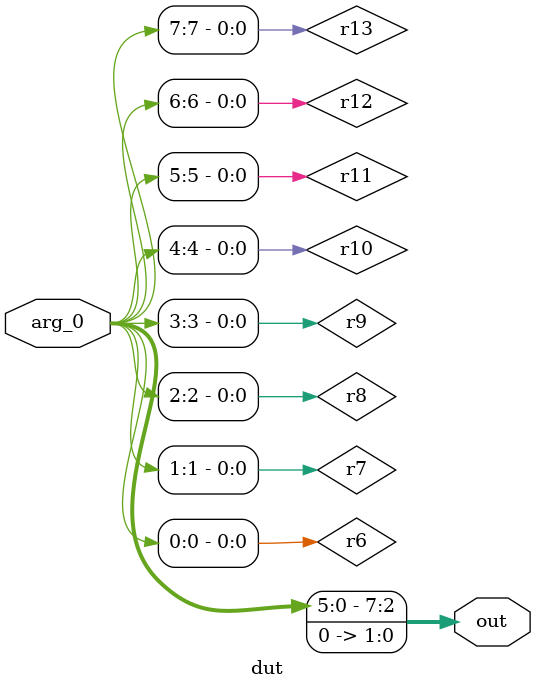
<source format=v>
module testbench();
    wire [7:0] out;
    reg [7:0] arg_0;
    dut t (.out(out),.arg_0(arg_0));
    initial begin
        arg_0 = 8'sb00000000;
        #0;
        if (8'sb00000000 !== out) begin
            $display("ASSERTION FAILED 0x%0h !== 0x%0h CASE 0", 8'sb00000000, out);
            $finish;
        end
        arg_0 = 8'sb00000001;
        #0;
        if (8'sb00000100 !== out) begin
            $display("ASSERTION FAILED 0x%0h !== 0x%0h CASE 1", 8'sb00000100, out);
            $finish;
        end
        arg_0 = 8'sb00000010;
        #0;
        if (8'sb00001000 !== out) begin
            $display("ASSERTION FAILED 0x%0h !== 0x%0h CASE 2", 8'sb00001000, out);
            $finish;
        end
        arg_0 = 8'sb00000011;
        #0;
        if (8'sb00001100 !== out) begin
            $display("ASSERTION FAILED 0x%0h !== 0x%0h CASE 3", 8'sb00001100, out);
            $finish;
        end
        arg_0 = 8'sb00000100;
        #0;
        if (8'sb00010000 !== out) begin
            $display("ASSERTION FAILED 0x%0h !== 0x%0h CASE 4", 8'sb00010000, out);
            $finish;
        end
        arg_0 = 8'sb00000101;
        #0;
        if (8'sb00010100 !== out) begin
            $display("ASSERTION FAILED 0x%0h !== 0x%0h CASE 5", 8'sb00010100, out);
            $finish;
        end
        arg_0 = 8'sb00000110;
        #0;
        if (8'sb00011000 !== out) begin
            $display("ASSERTION FAILED 0x%0h !== 0x%0h CASE 6", 8'sb00011000, out);
            $finish;
        end
        arg_0 = 8'sb00000111;
        #0;
        if (8'sb00011100 !== out) begin
            $display("ASSERTION FAILED 0x%0h !== 0x%0h CASE 7", 8'sb00011100, out);
            $finish;
        end
        arg_0 = 8'sb00001000;
        #0;
        if (8'sb00100000 !== out) begin
            $display("ASSERTION FAILED 0x%0h !== 0x%0h CASE 8", 8'sb00100000, out);
            $finish;
        end
        arg_0 = 8'sb00001001;
        #0;
        if (8'sb00100100 !== out) begin
            $display("ASSERTION FAILED 0x%0h !== 0x%0h CASE 9", 8'sb00100100, out);
            $finish;
        end
        arg_0 = 8'sb00001010;
        #0;
        if (8'sb00101000 !== out) begin
            $display("ASSERTION FAILED 0x%0h !== 0x%0h CASE 10", 8'sb00101000, out);
            $finish;
        end
        arg_0 = 8'sb00001011;
        #0;
        if (8'sb00101100 !== out) begin
            $display("ASSERTION FAILED 0x%0h !== 0x%0h CASE 11", 8'sb00101100, out);
            $finish;
        end
        arg_0 = 8'sb00001100;
        #0;
        if (8'sb00110000 !== out) begin
            $display("ASSERTION FAILED 0x%0h !== 0x%0h CASE 12", 8'sb00110000, out);
            $finish;
        end
        arg_0 = 8'sb00001101;
        #0;
        if (8'sb00110100 !== out) begin
            $display("ASSERTION FAILED 0x%0h !== 0x%0h CASE 13", 8'sb00110100, out);
            $finish;
        end
        arg_0 = 8'sb00001110;
        #0;
        if (8'sb00111000 !== out) begin
            $display("ASSERTION FAILED 0x%0h !== 0x%0h CASE 14", 8'sb00111000, out);
            $finish;
        end
        arg_0 = 8'sb00001111;
        #0;
        if (8'sb00111100 !== out) begin
            $display("ASSERTION FAILED 0x%0h !== 0x%0h CASE 15", 8'sb00111100, out);
            $finish;
        end
        arg_0 = 8'sb00010000;
        #0;
        if (8'sb01000000 !== out) begin
            $display("ASSERTION FAILED 0x%0h !== 0x%0h CASE 16", 8'sb01000000, out);
            $finish;
        end
        arg_0 = 8'sb00010001;
        #0;
        if (8'sb01000100 !== out) begin
            $display("ASSERTION FAILED 0x%0h !== 0x%0h CASE 17", 8'sb01000100, out);
            $finish;
        end
        arg_0 = 8'sb00010010;
        #0;
        if (8'sb01001000 !== out) begin
            $display("ASSERTION FAILED 0x%0h !== 0x%0h CASE 18", 8'sb01001000, out);
            $finish;
        end
        arg_0 = 8'sb00010011;
        #0;
        if (8'sb01001100 !== out) begin
            $display("ASSERTION FAILED 0x%0h !== 0x%0h CASE 19", 8'sb01001100, out);
            $finish;
        end
        arg_0 = 8'sb00010100;
        #0;
        if (8'sb01010000 !== out) begin
            $display("ASSERTION FAILED 0x%0h !== 0x%0h CASE 20", 8'sb01010000, out);
            $finish;
        end
        arg_0 = 8'sb00010101;
        #0;
        if (8'sb01010100 !== out) begin
            $display("ASSERTION FAILED 0x%0h !== 0x%0h CASE 21", 8'sb01010100, out);
            $finish;
        end
        arg_0 = 8'sb00010110;
        #0;
        if (8'sb01011000 !== out) begin
            $display("ASSERTION FAILED 0x%0h !== 0x%0h CASE 22", 8'sb01011000, out);
            $finish;
        end
        arg_0 = 8'sb00010111;
        #0;
        if (8'sb01011100 !== out) begin
            $display("ASSERTION FAILED 0x%0h !== 0x%0h CASE 23", 8'sb01011100, out);
            $finish;
        end
        arg_0 = 8'sb00011000;
        #0;
        if (8'sb01100000 !== out) begin
            $display("ASSERTION FAILED 0x%0h !== 0x%0h CASE 24", 8'sb01100000, out);
            $finish;
        end
        arg_0 = 8'sb00011001;
        #0;
        if (8'sb01100100 !== out) begin
            $display("ASSERTION FAILED 0x%0h !== 0x%0h CASE 25", 8'sb01100100, out);
            $finish;
        end
        arg_0 = 8'sb00011010;
        #0;
        if (8'sb01101000 !== out) begin
            $display("ASSERTION FAILED 0x%0h !== 0x%0h CASE 26", 8'sb01101000, out);
            $finish;
        end
        arg_0 = 8'sb00011011;
        #0;
        if (8'sb01101100 !== out) begin
            $display("ASSERTION FAILED 0x%0h !== 0x%0h CASE 27", 8'sb01101100, out);
            $finish;
        end
        arg_0 = 8'sb00011100;
        #0;
        if (8'sb01110000 !== out) begin
            $display("ASSERTION FAILED 0x%0h !== 0x%0h CASE 28", 8'sb01110000, out);
            $finish;
        end
        arg_0 = 8'sb00011101;
        #0;
        if (8'sb01110100 !== out) begin
            $display("ASSERTION FAILED 0x%0h !== 0x%0h CASE 29", 8'sb01110100, out);
            $finish;
        end
        arg_0 = 8'sb00011110;
        #0;
        if (8'sb01111000 !== out) begin
            $display("ASSERTION FAILED 0x%0h !== 0x%0h CASE 30", 8'sb01111000, out);
            $finish;
        end
        arg_0 = 8'sb00011111;
        #0;
        if (8'sb01111100 !== out) begin
            $display("ASSERTION FAILED 0x%0h !== 0x%0h CASE 31", 8'sb01111100, out);
            $finish;
        end
        arg_0 = 8'sb00100000;
        #0;
        if (8'sb10000000 !== out) begin
            $display("ASSERTION FAILED 0x%0h !== 0x%0h CASE 32", 8'sb10000000, out);
            $finish;
        end
        arg_0 = 8'sb00100001;
        #0;
        if (8'sb10000100 !== out) begin
            $display("ASSERTION FAILED 0x%0h !== 0x%0h CASE 33", 8'sb10000100, out);
            $finish;
        end
        arg_0 = 8'sb00100010;
        #0;
        if (8'sb10001000 !== out) begin
            $display("ASSERTION FAILED 0x%0h !== 0x%0h CASE 34", 8'sb10001000, out);
            $finish;
        end
        arg_0 = 8'sb00100011;
        #0;
        if (8'sb10001100 !== out) begin
            $display("ASSERTION FAILED 0x%0h !== 0x%0h CASE 35", 8'sb10001100, out);
            $finish;
        end
        arg_0 = 8'sb00100100;
        #0;
        if (8'sb10010000 !== out) begin
            $display("ASSERTION FAILED 0x%0h !== 0x%0h CASE 36", 8'sb10010000, out);
            $finish;
        end
        arg_0 = 8'sb00100101;
        #0;
        if (8'sb10010100 !== out) begin
            $display("ASSERTION FAILED 0x%0h !== 0x%0h CASE 37", 8'sb10010100, out);
            $finish;
        end
        arg_0 = 8'sb00100110;
        #0;
        if (8'sb10011000 !== out) begin
            $display("ASSERTION FAILED 0x%0h !== 0x%0h CASE 38", 8'sb10011000, out);
            $finish;
        end
        arg_0 = 8'sb00100111;
        #0;
        if (8'sb10011100 !== out) begin
            $display("ASSERTION FAILED 0x%0h !== 0x%0h CASE 39", 8'sb10011100, out);
            $finish;
        end
        arg_0 = 8'sb00101000;
        #0;
        if (8'sb10100000 !== out) begin
            $display("ASSERTION FAILED 0x%0h !== 0x%0h CASE 40", 8'sb10100000, out);
            $finish;
        end
        arg_0 = 8'sb00101001;
        #0;
        if (8'sb10100100 !== out) begin
            $display("ASSERTION FAILED 0x%0h !== 0x%0h CASE 41", 8'sb10100100, out);
            $finish;
        end
        arg_0 = 8'sb00101010;
        #0;
        if (8'sb10101000 !== out) begin
            $display("ASSERTION FAILED 0x%0h !== 0x%0h CASE 42", 8'sb10101000, out);
            $finish;
        end
        arg_0 = 8'sb00101011;
        #0;
        if (8'sb10101100 !== out) begin
            $display("ASSERTION FAILED 0x%0h !== 0x%0h CASE 43", 8'sb10101100, out);
            $finish;
        end
        arg_0 = 8'sb00101100;
        #0;
        if (8'sb10110000 !== out) begin
            $display("ASSERTION FAILED 0x%0h !== 0x%0h CASE 44", 8'sb10110000, out);
            $finish;
        end
        arg_0 = 8'sb00101101;
        #0;
        if (8'sb10110100 !== out) begin
            $display("ASSERTION FAILED 0x%0h !== 0x%0h CASE 45", 8'sb10110100, out);
            $finish;
        end
        arg_0 = 8'sb00101110;
        #0;
        if (8'sb10111000 !== out) begin
            $display("ASSERTION FAILED 0x%0h !== 0x%0h CASE 46", 8'sb10111000, out);
            $finish;
        end
        arg_0 = 8'sb00101111;
        #0;
        if (8'sb10111100 !== out) begin
            $display("ASSERTION FAILED 0x%0h !== 0x%0h CASE 47", 8'sb10111100, out);
            $finish;
        end
        arg_0 = 8'sb00110000;
        #0;
        if (8'sb11000000 !== out) begin
            $display("ASSERTION FAILED 0x%0h !== 0x%0h CASE 48", 8'sb11000000, out);
            $finish;
        end
        arg_0 = 8'sb00110001;
        #0;
        if (8'sb11000100 !== out) begin
            $display("ASSERTION FAILED 0x%0h !== 0x%0h CASE 49", 8'sb11000100, out);
            $finish;
        end
        arg_0 = 8'sb00110010;
        #0;
        if (8'sb11001000 !== out) begin
            $display("ASSERTION FAILED 0x%0h !== 0x%0h CASE 50", 8'sb11001000, out);
            $finish;
        end
        arg_0 = 8'sb00110011;
        #0;
        if (8'sb11001100 !== out) begin
            $display("ASSERTION FAILED 0x%0h !== 0x%0h CASE 51", 8'sb11001100, out);
            $finish;
        end
        arg_0 = 8'sb00110100;
        #0;
        if (8'sb11010000 !== out) begin
            $display("ASSERTION FAILED 0x%0h !== 0x%0h CASE 52", 8'sb11010000, out);
            $finish;
        end
        arg_0 = 8'sb00110101;
        #0;
        if (8'sb11010100 !== out) begin
            $display("ASSERTION FAILED 0x%0h !== 0x%0h CASE 53", 8'sb11010100, out);
            $finish;
        end
        arg_0 = 8'sb00110110;
        #0;
        if (8'sb11011000 !== out) begin
            $display("ASSERTION FAILED 0x%0h !== 0x%0h CASE 54", 8'sb11011000, out);
            $finish;
        end
        arg_0 = 8'sb00110111;
        #0;
        if (8'sb11011100 !== out) begin
            $display("ASSERTION FAILED 0x%0h !== 0x%0h CASE 55", 8'sb11011100, out);
            $finish;
        end
        arg_0 = 8'sb00111000;
        #0;
        if (8'sb11100000 !== out) begin
            $display("ASSERTION FAILED 0x%0h !== 0x%0h CASE 56", 8'sb11100000, out);
            $finish;
        end
        arg_0 = 8'sb00111001;
        #0;
        if (8'sb11100100 !== out) begin
            $display("ASSERTION FAILED 0x%0h !== 0x%0h CASE 57", 8'sb11100100, out);
            $finish;
        end
        arg_0 = 8'sb00111010;
        #0;
        if (8'sb11101000 !== out) begin
            $display("ASSERTION FAILED 0x%0h !== 0x%0h CASE 58", 8'sb11101000, out);
            $finish;
        end
        arg_0 = 8'sb00111011;
        #0;
        if (8'sb11101100 !== out) begin
            $display("ASSERTION FAILED 0x%0h !== 0x%0h CASE 59", 8'sb11101100, out);
            $finish;
        end
        arg_0 = 8'sb00111100;
        #0;
        if (8'sb11110000 !== out) begin
            $display("ASSERTION FAILED 0x%0h !== 0x%0h CASE 60", 8'sb11110000, out);
            $finish;
        end
        arg_0 = 8'sb00111101;
        #0;
        if (8'sb11110100 !== out) begin
            $display("ASSERTION FAILED 0x%0h !== 0x%0h CASE 61", 8'sb11110100, out);
            $finish;
        end
        arg_0 = 8'sb00111110;
        #0;
        if (8'sb11111000 !== out) begin
            $display("ASSERTION FAILED 0x%0h !== 0x%0h CASE 62", 8'sb11111000, out);
            $finish;
        end
        arg_0 = 8'sb00111111;
        #0;
        if (8'sb11111100 !== out) begin
            $display("ASSERTION FAILED 0x%0h !== 0x%0h CASE 63", 8'sb11111100, out);
            $finish;
        end
        arg_0 = 8'sb01000000;
        #0;
        if (8'sb00000000 !== out) begin
            $display("ASSERTION FAILED 0x%0h !== 0x%0h CASE 64", 8'sb00000000, out);
            $finish;
        end
        arg_0 = 8'sb01000001;
        #0;
        if (8'sb00000100 !== out) begin
            $display("ASSERTION FAILED 0x%0h !== 0x%0h CASE 65", 8'sb00000100, out);
            $finish;
        end
        arg_0 = 8'sb01000010;
        #0;
        if (8'sb00001000 !== out) begin
            $display("ASSERTION FAILED 0x%0h !== 0x%0h CASE 66", 8'sb00001000, out);
            $finish;
        end
        arg_0 = 8'sb01000011;
        #0;
        if (8'sb00001100 !== out) begin
            $display("ASSERTION FAILED 0x%0h !== 0x%0h CASE 67", 8'sb00001100, out);
            $finish;
        end
        arg_0 = 8'sb01000100;
        #0;
        if (8'sb00010000 !== out) begin
            $display("ASSERTION FAILED 0x%0h !== 0x%0h CASE 68", 8'sb00010000, out);
            $finish;
        end
        arg_0 = 8'sb01000101;
        #0;
        if (8'sb00010100 !== out) begin
            $display("ASSERTION FAILED 0x%0h !== 0x%0h CASE 69", 8'sb00010100, out);
            $finish;
        end
        arg_0 = 8'sb01000110;
        #0;
        if (8'sb00011000 !== out) begin
            $display("ASSERTION FAILED 0x%0h !== 0x%0h CASE 70", 8'sb00011000, out);
            $finish;
        end
        arg_0 = 8'sb01000111;
        #0;
        if (8'sb00011100 !== out) begin
            $display("ASSERTION FAILED 0x%0h !== 0x%0h CASE 71", 8'sb00011100, out);
            $finish;
        end
        arg_0 = 8'sb01001000;
        #0;
        if (8'sb00100000 !== out) begin
            $display("ASSERTION FAILED 0x%0h !== 0x%0h CASE 72", 8'sb00100000, out);
            $finish;
        end
        arg_0 = 8'sb01001001;
        #0;
        if (8'sb00100100 !== out) begin
            $display("ASSERTION FAILED 0x%0h !== 0x%0h CASE 73", 8'sb00100100, out);
            $finish;
        end
        arg_0 = 8'sb01001010;
        #0;
        if (8'sb00101000 !== out) begin
            $display("ASSERTION FAILED 0x%0h !== 0x%0h CASE 74", 8'sb00101000, out);
            $finish;
        end
        arg_0 = 8'sb01001011;
        #0;
        if (8'sb00101100 !== out) begin
            $display("ASSERTION FAILED 0x%0h !== 0x%0h CASE 75", 8'sb00101100, out);
            $finish;
        end
        arg_0 = 8'sb01001100;
        #0;
        if (8'sb00110000 !== out) begin
            $display("ASSERTION FAILED 0x%0h !== 0x%0h CASE 76", 8'sb00110000, out);
            $finish;
        end
        arg_0 = 8'sb01001101;
        #0;
        if (8'sb00110100 !== out) begin
            $display("ASSERTION FAILED 0x%0h !== 0x%0h CASE 77", 8'sb00110100, out);
            $finish;
        end
        arg_0 = 8'sb01001110;
        #0;
        if (8'sb00111000 !== out) begin
            $display("ASSERTION FAILED 0x%0h !== 0x%0h CASE 78", 8'sb00111000, out);
            $finish;
        end
        arg_0 = 8'sb01001111;
        #0;
        if (8'sb00111100 !== out) begin
            $display("ASSERTION FAILED 0x%0h !== 0x%0h CASE 79", 8'sb00111100, out);
            $finish;
        end
        arg_0 = 8'sb01010000;
        #0;
        if (8'sb01000000 !== out) begin
            $display("ASSERTION FAILED 0x%0h !== 0x%0h CASE 80", 8'sb01000000, out);
            $finish;
        end
        arg_0 = 8'sb01010001;
        #0;
        if (8'sb01000100 !== out) begin
            $display("ASSERTION FAILED 0x%0h !== 0x%0h CASE 81", 8'sb01000100, out);
            $finish;
        end
        arg_0 = 8'sb01010010;
        #0;
        if (8'sb01001000 !== out) begin
            $display("ASSERTION FAILED 0x%0h !== 0x%0h CASE 82", 8'sb01001000, out);
            $finish;
        end
        arg_0 = 8'sb01010011;
        #0;
        if (8'sb01001100 !== out) begin
            $display("ASSERTION FAILED 0x%0h !== 0x%0h CASE 83", 8'sb01001100, out);
            $finish;
        end
        arg_0 = 8'sb01010100;
        #0;
        if (8'sb01010000 !== out) begin
            $display("ASSERTION FAILED 0x%0h !== 0x%0h CASE 84", 8'sb01010000, out);
            $finish;
        end
        arg_0 = 8'sb01010101;
        #0;
        if (8'sb01010100 !== out) begin
            $display("ASSERTION FAILED 0x%0h !== 0x%0h CASE 85", 8'sb01010100, out);
            $finish;
        end
        arg_0 = 8'sb01010110;
        #0;
        if (8'sb01011000 !== out) begin
            $display("ASSERTION FAILED 0x%0h !== 0x%0h CASE 86", 8'sb01011000, out);
            $finish;
        end
        arg_0 = 8'sb01010111;
        #0;
        if (8'sb01011100 !== out) begin
            $display("ASSERTION FAILED 0x%0h !== 0x%0h CASE 87", 8'sb01011100, out);
            $finish;
        end
        arg_0 = 8'sb01011000;
        #0;
        if (8'sb01100000 !== out) begin
            $display("ASSERTION FAILED 0x%0h !== 0x%0h CASE 88", 8'sb01100000, out);
            $finish;
        end
        arg_0 = 8'sb01011001;
        #0;
        if (8'sb01100100 !== out) begin
            $display("ASSERTION FAILED 0x%0h !== 0x%0h CASE 89", 8'sb01100100, out);
            $finish;
        end
        arg_0 = 8'sb01011010;
        #0;
        if (8'sb01101000 !== out) begin
            $display("ASSERTION FAILED 0x%0h !== 0x%0h CASE 90", 8'sb01101000, out);
            $finish;
        end
        arg_0 = 8'sb01011011;
        #0;
        if (8'sb01101100 !== out) begin
            $display("ASSERTION FAILED 0x%0h !== 0x%0h CASE 91", 8'sb01101100, out);
            $finish;
        end
        arg_0 = 8'sb01011100;
        #0;
        if (8'sb01110000 !== out) begin
            $display("ASSERTION FAILED 0x%0h !== 0x%0h CASE 92", 8'sb01110000, out);
            $finish;
        end
        arg_0 = 8'sb01011101;
        #0;
        if (8'sb01110100 !== out) begin
            $display("ASSERTION FAILED 0x%0h !== 0x%0h CASE 93", 8'sb01110100, out);
            $finish;
        end
        arg_0 = 8'sb01011110;
        #0;
        if (8'sb01111000 !== out) begin
            $display("ASSERTION FAILED 0x%0h !== 0x%0h CASE 94", 8'sb01111000, out);
            $finish;
        end
        arg_0 = 8'sb01011111;
        #0;
        if (8'sb01111100 !== out) begin
            $display("ASSERTION FAILED 0x%0h !== 0x%0h CASE 95", 8'sb01111100, out);
            $finish;
        end
        arg_0 = 8'sb01100000;
        #0;
        if (8'sb10000000 !== out) begin
            $display("ASSERTION FAILED 0x%0h !== 0x%0h CASE 96", 8'sb10000000, out);
            $finish;
        end
        arg_0 = 8'sb01100001;
        #0;
        if (8'sb10000100 !== out) begin
            $display("ASSERTION FAILED 0x%0h !== 0x%0h CASE 97", 8'sb10000100, out);
            $finish;
        end
        arg_0 = 8'sb01100010;
        #0;
        if (8'sb10001000 !== out) begin
            $display("ASSERTION FAILED 0x%0h !== 0x%0h CASE 98", 8'sb10001000, out);
            $finish;
        end
        arg_0 = 8'sb01100011;
        #0;
        if (8'sb10001100 !== out) begin
            $display("ASSERTION FAILED 0x%0h !== 0x%0h CASE 99", 8'sb10001100, out);
            $finish;
        end
        arg_0 = 8'sb01100100;
        #0;
        if (8'sb10010000 !== out) begin
            $display("ASSERTION FAILED 0x%0h !== 0x%0h CASE 100", 8'sb10010000, out);
            $finish;
        end
        arg_0 = 8'sb01100101;
        #0;
        if (8'sb10010100 !== out) begin
            $display("ASSERTION FAILED 0x%0h !== 0x%0h CASE 101", 8'sb10010100, out);
            $finish;
        end
        arg_0 = 8'sb01100110;
        #0;
        if (8'sb10011000 !== out) begin
            $display("ASSERTION FAILED 0x%0h !== 0x%0h CASE 102", 8'sb10011000, out);
            $finish;
        end
        arg_0 = 8'sb01100111;
        #0;
        if (8'sb10011100 !== out) begin
            $display("ASSERTION FAILED 0x%0h !== 0x%0h CASE 103", 8'sb10011100, out);
            $finish;
        end
        arg_0 = 8'sb01101000;
        #0;
        if (8'sb10100000 !== out) begin
            $display("ASSERTION FAILED 0x%0h !== 0x%0h CASE 104", 8'sb10100000, out);
            $finish;
        end
        arg_0 = 8'sb01101001;
        #0;
        if (8'sb10100100 !== out) begin
            $display("ASSERTION FAILED 0x%0h !== 0x%0h CASE 105", 8'sb10100100, out);
            $finish;
        end
        arg_0 = 8'sb01101010;
        #0;
        if (8'sb10101000 !== out) begin
            $display("ASSERTION FAILED 0x%0h !== 0x%0h CASE 106", 8'sb10101000, out);
            $finish;
        end
        arg_0 = 8'sb01101011;
        #0;
        if (8'sb10101100 !== out) begin
            $display("ASSERTION FAILED 0x%0h !== 0x%0h CASE 107", 8'sb10101100, out);
            $finish;
        end
        arg_0 = 8'sb01101100;
        #0;
        if (8'sb10110000 !== out) begin
            $display("ASSERTION FAILED 0x%0h !== 0x%0h CASE 108", 8'sb10110000, out);
            $finish;
        end
        arg_0 = 8'sb01101101;
        #0;
        if (8'sb10110100 !== out) begin
            $display("ASSERTION FAILED 0x%0h !== 0x%0h CASE 109", 8'sb10110100, out);
            $finish;
        end
        arg_0 = 8'sb01101110;
        #0;
        if (8'sb10111000 !== out) begin
            $display("ASSERTION FAILED 0x%0h !== 0x%0h CASE 110", 8'sb10111000, out);
            $finish;
        end
        arg_0 = 8'sb01101111;
        #0;
        if (8'sb10111100 !== out) begin
            $display("ASSERTION FAILED 0x%0h !== 0x%0h CASE 111", 8'sb10111100, out);
            $finish;
        end
        arg_0 = 8'sb01110000;
        #0;
        if (8'sb11000000 !== out) begin
            $display("ASSERTION FAILED 0x%0h !== 0x%0h CASE 112", 8'sb11000000, out);
            $finish;
        end
        arg_0 = 8'sb01110001;
        #0;
        if (8'sb11000100 !== out) begin
            $display("ASSERTION FAILED 0x%0h !== 0x%0h CASE 113", 8'sb11000100, out);
            $finish;
        end
        arg_0 = 8'sb01110010;
        #0;
        if (8'sb11001000 !== out) begin
            $display("ASSERTION FAILED 0x%0h !== 0x%0h CASE 114", 8'sb11001000, out);
            $finish;
        end
        arg_0 = 8'sb01110011;
        #0;
        if (8'sb11001100 !== out) begin
            $display("ASSERTION FAILED 0x%0h !== 0x%0h CASE 115", 8'sb11001100, out);
            $finish;
        end
        arg_0 = 8'sb01110100;
        #0;
        if (8'sb11010000 !== out) begin
            $display("ASSERTION FAILED 0x%0h !== 0x%0h CASE 116", 8'sb11010000, out);
            $finish;
        end
        arg_0 = 8'sb01110101;
        #0;
        if (8'sb11010100 !== out) begin
            $display("ASSERTION FAILED 0x%0h !== 0x%0h CASE 117", 8'sb11010100, out);
            $finish;
        end
        arg_0 = 8'sb01110110;
        #0;
        if (8'sb11011000 !== out) begin
            $display("ASSERTION FAILED 0x%0h !== 0x%0h CASE 118", 8'sb11011000, out);
            $finish;
        end
        arg_0 = 8'sb01110111;
        #0;
        if (8'sb11011100 !== out) begin
            $display("ASSERTION FAILED 0x%0h !== 0x%0h CASE 119", 8'sb11011100, out);
            $finish;
        end
        arg_0 = 8'sb01111000;
        #0;
        if (8'sb11100000 !== out) begin
            $display("ASSERTION FAILED 0x%0h !== 0x%0h CASE 120", 8'sb11100000, out);
            $finish;
        end
        arg_0 = 8'sb01111001;
        #0;
        if (8'sb11100100 !== out) begin
            $display("ASSERTION FAILED 0x%0h !== 0x%0h CASE 121", 8'sb11100100, out);
            $finish;
        end
        arg_0 = 8'sb01111010;
        #0;
        if (8'sb11101000 !== out) begin
            $display("ASSERTION FAILED 0x%0h !== 0x%0h CASE 122", 8'sb11101000, out);
            $finish;
        end
        arg_0 = 8'sb01111011;
        #0;
        if (8'sb11101100 !== out) begin
            $display("ASSERTION FAILED 0x%0h !== 0x%0h CASE 123", 8'sb11101100, out);
            $finish;
        end
        arg_0 = 8'sb01111100;
        #0;
        if (8'sb11110000 !== out) begin
            $display("ASSERTION FAILED 0x%0h !== 0x%0h CASE 124", 8'sb11110000, out);
            $finish;
        end
        arg_0 = 8'sb01111101;
        #0;
        if (8'sb11110100 !== out) begin
            $display("ASSERTION FAILED 0x%0h !== 0x%0h CASE 125", 8'sb11110100, out);
            $finish;
        end
        arg_0 = 8'sb01111110;
        #0;
        if (8'sb11111000 !== out) begin
            $display("ASSERTION FAILED 0x%0h !== 0x%0h CASE 126", 8'sb11111000, out);
            $finish;
        end
        arg_0 = 8'sb01111111;
        #0;
        if (8'sb11111100 !== out) begin
            $display("ASSERTION FAILED 0x%0h !== 0x%0h CASE 127", 8'sb11111100, out);
            $finish;
        end
        arg_0 = 8'sb10000000;
        #0;
        if (8'sb00000000 !== out) begin
            $display("ASSERTION FAILED 0x%0h !== 0x%0h CASE 128", 8'sb00000000, out);
            $finish;
        end
        arg_0 = 8'sb10000001;
        #0;
        if (8'sb00000100 !== out) begin
            $display("ASSERTION FAILED 0x%0h !== 0x%0h CASE 129", 8'sb00000100, out);
            $finish;
        end
        arg_0 = 8'sb10000010;
        #0;
        if (8'sb00001000 !== out) begin
            $display("ASSERTION FAILED 0x%0h !== 0x%0h CASE 130", 8'sb00001000, out);
            $finish;
        end
        arg_0 = 8'sb10000011;
        #0;
        if (8'sb00001100 !== out) begin
            $display("ASSERTION FAILED 0x%0h !== 0x%0h CASE 131", 8'sb00001100, out);
            $finish;
        end
        arg_0 = 8'sb10000100;
        #0;
        if (8'sb00010000 !== out) begin
            $display("ASSERTION FAILED 0x%0h !== 0x%0h CASE 132", 8'sb00010000, out);
            $finish;
        end
        arg_0 = 8'sb10000101;
        #0;
        if (8'sb00010100 !== out) begin
            $display("ASSERTION FAILED 0x%0h !== 0x%0h CASE 133", 8'sb00010100, out);
            $finish;
        end
        arg_0 = 8'sb10000110;
        #0;
        if (8'sb00011000 !== out) begin
            $display("ASSERTION FAILED 0x%0h !== 0x%0h CASE 134", 8'sb00011000, out);
            $finish;
        end
        arg_0 = 8'sb10000111;
        #0;
        if (8'sb00011100 !== out) begin
            $display("ASSERTION FAILED 0x%0h !== 0x%0h CASE 135", 8'sb00011100, out);
            $finish;
        end
        arg_0 = 8'sb10001000;
        #0;
        if (8'sb00100000 !== out) begin
            $display("ASSERTION FAILED 0x%0h !== 0x%0h CASE 136", 8'sb00100000, out);
            $finish;
        end
        arg_0 = 8'sb10001001;
        #0;
        if (8'sb00100100 !== out) begin
            $display("ASSERTION FAILED 0x%0h !== 0x%0h CASE 137", 8'sb00100100, out);
            $finish;
        end
        arg_0 = 8'sb10001010;
        #0;
        if (8'sb00101000 !== out) begin
            $display("ASSERTION FAILED 0x%0h !== 0x%0h CASE 138", 8'sb00101000, out);
            $finish;
        end
        arg_0 = 8'sb10001011;
        #0;
        if (8'sb00101100 !== out) begin
            $display("ASSERTION FAILED 0x%0h !== 0x%0h CASE 139", 8'sb00101100, out);
            $finish;
        end
        arg_0 = 8'sb10001100;
        #0;
        if (8'sb00110000 !== out) begin
            $display("ASSERTION FAILED 0x%0h !== 0x%0h CASE 140", 8'sb00110000, out);
            $finish;
        end
        arg_0 = 8'sb10001101;
        #0;
        if (8'sb00110100 !== out) begin
            $display("ASSERTION FAILED 0x%0h !== 0x%0h CASE 141", 8'sb00110100, out);
            $finish;
        end
        arg_0 = 8'sb10001110;
        #0;
        if (8'sb00111000 !== out) begin
            $display("ASSERTION FAILED 0x%0h !== 0x%0h CASE 142", 8'sb00111000, out);
            $finish;
        end
        arg_0 = 8'sb10001111;
        #0;
        if (8'sb00111100 !== out) begin
            $display("ASSERTION FAILED 0x%0h !== 0x%0h CASE 143", 8'sb00111100, out);
            $finish;
        end
        arg_0 = 8'sb10010000;
        #0;
        if (8'sb01000000 !== out) begin
            $display("ASSERTION FAILED 0x%0h !== 0x%0h CASE 144", 8'sb01000000, out);
            $finish;
        end
        arg_0 = 8'sb10010001;
        #0;
        if (8'sb01000100 !== out) begin
            $display("ASSERTION FAILED 0x%0h !== 0x%0h CASE 145", 8'sb01000100, out);
            $finish;
        end
        arg_0 = 8'sb10010010;
        #0;
        if (8'sb01001000 !== out) begin
            $display("ASSERTION FAILED 0x%0h !== 0x%0h CASE 146", 8'sb01001000, out);
            $finish;
        end
        arg_0 = 8'sb10010011;
        #0;
        if (8'sb01001100 !== out) begin
            $display("ASSERTION FAILED 0x%0h !== 0x%0h CASE 147", 8'sb01001100, out);
            $finish;
        end
        arg_0 = 8'sb10010100;
        #0;
        if (8'sb01010000 !== out) begin
            $display("ASSERTION FAILED 0x%0h !== 0x%0h CASE 148", 8'sb01010000, out);
            $finish;
        end
        arg_0 = 8'sb10010101;
        #0;
        if (8'sb01010100 !== out) begin
            $display("ASSERTION FAILED 0x%0h !== 0x%0h CASE 149", 8'sb01010100, out);
            $finish;
        end
        arg_0 = 8'sb10010110;
        #0;
        if (8'sb01011000 !== out) begin
            $display("ASSERTION FAILED 0x%0h !== 0x%0h CASE 150", 8'sb01011000, out);
            $finish;
        end
        arg_0 = 8'sb10010111;
        #0;
        if (8'sb01011100 !== out) begin
            $display("ASSERTION FAILED 0x%0h !== 0x%0h CASE 151", 8'sb01011100, out);
            $finish;
        end
        arg_0 = 8'sb10011000;
        #0;
        if (8'sb01100000 !== out) begin
            $display("ASSERTION FAILED 0x%0h !== 0x%0h CASE 152", 8'sb01100000, out);
            $finish;
        end
        arg_0 = 8'sb10011001;
        #0;
        if (8'sb01100100 !== out) begin
            $display("ASSERTION FAILED 0x%0h !== 0x%0h CASE 153", 8'sb01100100, out);
            $finish;
        end
        arg_0 = 8'sb10011010;
        #0;
        if (8'sb01101000 !== out) begin
            $display("ASSERTION FAILED 0x%0h !== 0x%0h CASE 154", 8'sb01101000, out);
            $finish;
        end
        arg_0 = 8'sb10011011;
        #0;
        if (8'sb01101100 !== out) begin
            $display("ASSERTION FAILED 0x%0h !== 0x%0h CASE 155", 8'sb01101100, out);
            $finish;
        end
        arg_0 = 8'sb10011100;
        #0;
        if (8'sb01110000 !== out) begin
            $display("ASSERTION FAILED 0x%0h !== 0x%0h CASE 156", 8'sb01110000, out);
            $finish;
        end
        arg_0 = 8'sb10011101;
        #0;
        if (8'sb01110100 !== out) begin
            $display("ASSERTION FAILED 0x%0h !== 0x%0h CASE 157", 8'sb01110100, out);
            $finish;
        end
        arg_0 = 8'sb10011110;
        #0;
        if (8'sb01111000 !== out) begin
            $display("ASSERTION FAILED 0x%0h !== 0x%0h CASE 158", 8'sb01111000, out);
            $finish;
        end
        arg_0 = 8'sb10011111;
        #0;
        if (8'sb01111100 !== out) begin
            $display("ASSERTION FAILED 0x%0h !== 0x%0h CASE 159", 8'sb01111100, out);
            $finish;
        end
        arg_0 = 8'sb10100000;
        #0;
        if (8'sb10000000 !== out) begin
            $display("ASSERTION FAILED 0x%0h !== 0x%0h CASE 160", 8'sb10000000, out);
            $finish;
        end
        arg_0 = 8'sb10100001;
        #0;
        if (8'sb10000100 !== out) begin
            $display("ASSERTION FAILED 0x%0h !== 0x%0h CASE 161", 8'sb10000100, out);
            $finish;
        end
        arg_0 = 8'sb10100010;
        #0;
        if (8'sb10001000 !== out) begin
            $display("ASSERTION FAILED 0x%0h !== 0x%0h CASE 162", 8'sb10001000, out);
            $finish;
        end
        arg_0 = 8'sb10100011;
        #0;
        if (8'sb10001100 !== out) begin
            $display("ASSERTION FAILED 0x%0h !== 0x%0h CASE 163", 8'sb10001100, out);
            $finish;
        end
        arg_0 = 8'sb10100100;
        #0;
        if (8'sb10010000 !== out) begin
            $display("ASSERTION FAILED 0x%0h !== 0x%0h CASE 164", 8'sb10010000, out);
            $finish;
        end
        arg_0 = 8'sb10100101;
        #0;
        if (8'sb10010100 !== out) begin
            $display("ASSERTION FAILED 0x%0h !== 0x%0h CASE 165", 8'sb10010100, out);
            $finish;
        end
        arg_0 = 8'sb10100110;
        #0;
        if (8'sb10011000 !== out) begin
            $display("ASSERTION FAILED 0x%0h !== 0x%0h CASE 166", 8'sb10011000, out);
            $finish;
        end
        arg_0 = 8'sb10100111;
        #0;
        if (8'sb10011100 !== out) begin
            $display("ASSERTION FAILED 0x%0h !== 0x%0h CASE 167", 8'sb10011100, out);
            $finish;
        end
        arg_0 = 8'sb10101000;
        #0;
        if (8'sb10100000 !== out) begin
            $display("ASSERTION FAILED 0x%0h !== 0x%0h CASE 168", 8'sb10100000, out);
            $finish;
        end
        arg_0 = 8'sb10101001;
        #0;
        if (8'sb10100100 !== out) begin
            $display("ASSERTION FAILED 0x%0h !== 0x%0h CASE 169", 8'sb10100100, out);
            $finish;
        end
        arg_0 = 8'sb10101010;
        #0;
        if (8'sb10101000 !== out) begin
            $display("ASSERTION FAILED 0x%0h !== 0x%0h CASE 170", 8'sb10101000, out);
            $finish;
        end
        arg_0 = 8'sb10101011;
        #0;
        if (8'sb10101100 !== out) begin
            $display("ASSERTION FAILED 0x%0h !== 0x%0h CASE 171", 8'sb10101100, out);
            $finish;
        end
        arg_0 = 8'sb10101100;
        #0;
        if (8'sb10110000 !== out) begin
            $display("ASSERTION FAILED 0x%0h !== 0x%0h CASE 172", 8'sb10110000, out);
            $finish;
        end
        arg_0 = 8'sb10101101;
        #0;
        if (8'sb10110100 !== out) begin
            $display("ASSERTION FAILED 0x%0h !== 0x%0h CASE 173", 8'sb10110100, out);
            $finish;
        end
        arg_0 = 8'sb10101110;
        #0;
        if (8'sb10111000 !== out) begin
            $display("ASSERTION FAILED 0x%0h !== 0x%0h CASE 174", 8'sb10111000, out);
            $finish;
        end
        arg_0 = 8'sb10101111;
        #0;
        if (8'sb10111100 !== out) begin
            $display("ASSERTION FAILED 0x%0h !== 0x%0h CASE 175", 8'sb10111100, out);
            $finish;
        end
        arg_0 = 8'sb10110000;
        #0;
        if (8'sb11000000 !== out) begin
            $display("ASSERTION FAILED 0x%0h !== 0x%0h CASE 176", 8'sb11000000, out);
            $finish;
        end
        arg_0 = 8'sb10110001;
        #0;
        if (8'sb11000100 !== out) begin
            $display("ASSERTION FAILED 0x%0h !== 0x%0h CASE 177", 8'sb11000100, out);
            $finish;
        end
        arg_0 = 8'sb10110010;
        #0;
        if (8'sb11001000 !== out) begin
            $display("ASSERTION FAILED 0x%0h !== 0x%0h CASE 178", 8'sb11001000, out);
            $finish;
        end
        arg_0 = 8'sb10110011;
        #0;
        if (8'sb11001100 !== out) begin
            $display("ASSERTION FAILED 0x%0h !== 0x%0h CASE 179", 8'sb11001100, out);
            $finish;
        end
        arg_0 = 8'sb10110100;
        #0;
        if (8'sb11010000 !== out) begin
            $display("ASSERTION FAILED 0x%0h !== 0x%0h CASE 180", 8'sb11010000, out);
            $finish;
        end
        arg_0 = 8'sb10110101;
        #0;
        if (8'sb11010100 !== out) begin
            $display("ASSERTION FAILED 0x%0h !== 0x%0h CASE 181", 8'sb11010100, out);
            $finish;
        end
        arg_0 = 8'sb10110110;
        #0;
        if (8'sb11011000 !== out) begin
            $display("ASSERTION FAILED 0x%0h !== 0x%0h CASE 182", 8'sb11011000, out);
            $finish;
        end
        arg_0 = 8'sb10110111;
        #0;
        if (8'sb11011100 !== out) begin
            $display("ASSERTION FAILED 0x%0h !== 0x%0h CASE 183", 8'sb11011100, out);
            $finish;
        end
        arg_0 = 8'sb10111000;
        #0;
        if (8'sb11100000 !== out) begin
            $display("ASSERTION FAILED 0x%0h !== 0x%0h CASE 184", 8'sb11100000, out);
            $finish;
        end
        arg_0 = 8'sb10111001;
        #0;
        if (8'sb11100100 !== out) begin
            $display("ASSERTION FAILED 0x%0h !== 0x%0h CASE 185", 8'sb11100100, out);
            $finish;
        end
        arg_0 = 8'sb10111010;
        #0;
        if (8'sb11101000 !== out) begin
            $display("ASSERTION FAILED 0x%0h !== 0x%0h CASE 186", 8'sb11101000, out);
            $finish;
        end
        arg_0 = 8'sb10111011;
        #0;
        if (8'sb11101100 !== out) begin
            $display("ASSERTION FAILED 0x%0h !== 0x%0h CASE 187", 8'sb11101100, out);
            $finish;
        end
        arg_0 = 8'sb10111100;
        #0;
        if (8'sb11110000 !== out) begin
            $display("ASSERTION FAILED 0x%0h !== 0x%0h CASE 188", 8'sb11110000, out);
            $finish;
        end
        arg_0 = 8'sb10111101;
        #0;
        if (8'sb11110100 !== out) begin
            $display("ASSERTION FAILED 0x%0h !== 0x%0h CASE 189", 8'sb11110100, out);
            $finish;
        end
        arg_0 = 8'sb10111110;
        #0;
        if (8'sb11111000 !== out) begin
            $display("ASSERTION FAILED 0x%0h !== 0x%0h CASE 190", 8'sb11111000, out);
            $finish;
        end
        arg_0 = 8'sb10111111;
        #0;
        if (8'sb11111100 !== out) begin
            $display("ASSERTION FAILED 0x%0h !== 0x%0h CASE 191", 8'sb11111100, out);
            $finish;
        end
        arg_0 = 8'sb11000000;
        #0;
        if (8'sb00000000 !== out) begin
            $display("ASSERTION FAILED 0x%0h !== 0x%0h CASE 192", 8'sb00000000, out);
            $finish;
        end
        arg_0 = 8'sb11000001;
        #0;
        if (8'sb00000100 !== out) begin
            $display("ASSERTION FAILED 0x%0h !== 0x%0h CASE 193", 8'sb00000100, out);
            $finish;
        end
        arg_0 = 8'sb11000010;
        #0;
        if (8'sb00001000 !== out) begin
            $display("ASSERTION FAILED 0x%0h !== 0x%0h CASE 194", 8'sb00001000, out);
            $finish;
        end
        arg_0 = 8'sb11000011;
        #0;
        if (8'sb00001100 !== out) begin
            $display("ASSERTION FAILED 0x%0h !== 0x%0h CASE 195", 8'sb00001100, out);
            $finish;
        end
        arg_0 = 8'sb11000100;
        #0;
        if (8'sb00010000 !== out) begin
            $display("ASSERTION FAILED 0x%0h !== 0x%0h CASE 196", 8'sb00010000, out);
            $finish;
        end
        arg_0 = 8'sb11000101;
        #0;
        if (8'sb00010100 !== out) begin
            $display("ASSERTION FAILED 0x%0h !== 0x%0h CASE 197", 8'sb00010100, out);
            $finish;
        end
        arg_0 = 8'sb11000110;
        #0;
        if (8'sb00011000 !== out) begin
            $display("ASSERTION FAILED 0x%0h !== 0x%0h CASE 198", 8'sb00011000, out);
            $finish;
        end
        arg_0 = 8'sb11000111;
        #0;
        if (8'sb00011100 !== out) begin
            $display("ASSERTION FAILED 0x%0h !== 0x%0h CASE 199", 8'sb00011100, out);
            $finish;
        end
        arg_0 = 8'sb11001000;
        #0;
        if (8'sb00100000 !== out) begin
            $display("ASSERTION FAILED 0x%0h !== 0x%0h CASE 200", 8'sb00100000, out);
            $finish;
        end
        arg_0 = 8'sb11001001;
        #0;
        if (8'sb00100100 !== out) begin
            $display("ASSERTION FAILED 0x%0h !== 0x%0h CASE 201", 8'sb00100100, out);
            $finish;
        end
        arg_0 = 8'sb11001010;
        #0;
        if (8'sb00101000 !== out) begin
            $display("ASSERTION FAILED 0x%0h !== 0x%0h CASE 202", 8'sb00101000, out);
            $finish;
        end
        arg_0 = 8'sb11001011;
        #0;
        if (8'sb00101100 !== out) begin
            $display("ASSERTION FAILED 0x%0h !== 0x%0h CASE 203", 8'sb00101100, out);
            $finish;
        end
        arg_0 = 8'sb11001100;
        #0;
        if (8'sb00110000 !== out) begin
            $display("ASSERTION FAILED 0x%0h !== 0x%0h CASE 204", 8'sb00110000, out);
            $finish;
        end
        arg_0 = 8'sb11001101;
        #0;
        if (8'sb00110100 !== out) begin
            $display("ASSERTION FAILED 0x%0h !== 0x%0h CASE 205", 8'sb00110100, out);
            $finish;
        end
        arg_0 = 8'sb11001110;
        #0;
        if (8'sb00111000 !== out) begin
            $display("ASSERTION FAILED 0x%0h !== 0x%0h CASE 206", 8'sb00111000, out);
            $finish;
        end
        arg_0 = 8'sb11001111;
        #0;
        if (8'sb00111100 !== out) begin
            $display("ASSERTION FAILED 0x%0h !== 0x%0h CASE 207", 8'sb00111100, out);
            $finish;
        end
        arg_0 = 8'sb11010000;
        #0;
        if (8'sb01000000 !== out) begin
            $display("ASSERTION FAILED 0x%0h !== 0x%0h CASE 208", 8'sb01000000, out);
            $finish;
        end
        arg_0 = 8'sb11010001;
        #0;
        if (8'sb01000100 !== out) begin
            $display("ASSERTION FAILED 0x%0h !== 0x%0h CASE 209", 8'sb01000100, out);
            $finish;
        end
        arg_0 = 8'sb11010010;
        #0;
        if (8'sb01001000 !== out) begin
            $display("ASSERTION FAILED 0x%0h !== 0x%0h CASE 210", 8'sb01001000, out);
            $finish;
        end
        arg_0 = 8'sb11010011;
        #0;
        if (8'sb01001100 !== out) begin
            $display("ASSERTION FAILED 0x%0h !== 0x%0h CASE 211", 8'sb01001100, out);
            $finish;
        end
        arg_0 = 8'sb11010100;
        #0;
        if (8'sb01010000 !== out) begin
            $display("ASSERTION FAILED 0x%0h !== 0x%0h CASE 212", 8'sb01010000, out);
            $finish;
        end
        arg_0 = 8'sb11010101;
        #0;
        if (8'sb01010100 !== out) begin
            $display("ASSERTION FAILED 0x%0h !== 0x%0h CASE 213", 8'sb01010100, out);
            $finish;
        end
        arg_0 = 8'sb11010110;
        #0;
        if (8'sb01011000 !== out) begin
            $display("ASSERTION FAILED 0x%0h !== 0x%0h CASE 214", 8'sb01011000, out);
            $finish;
        end
        arg_0 = 8'sb11010111;
        #0;
        if (8'sb01011100 !== out) begin
            $display("ASSERTION FAILED 0x%0h !== 0x%0h CASE 215", 8'sb01011100, out);
            $finish;
        end
        arg_0 = 8'sb11011000;
        #0;
        if (8'sb01100000 !== out) begin
            $display("ASSERTION FAILED 0x%0h !== 0x%0h CASE 216", 8'sb01100000, out);
            $finish;
        end
        arg_0 = 8'sb11011001;
        #0;
        if (8'sb01100100 !== out) begin
            $display("ASSERTION FAILED 0x%0h !== 0x%0h CASE 217", 8'sb01100100, out);
            $finish;
        end
        arg_0 = 8'sb11011010;
        #0;
        if (8'sb01101000 !== out) begin
            $display("ASSERTION FAILED 0x%0h !== 0x%0h CASE 218", 8'sb01101000, out);
            $finish;
        end
        arg_0 = 8'sb11011011;
        #0;
        if (8'sb01101100 !== out) begin
            $display("ASSERTION FAILED 0x%0h !== 0x%0h CASE 219", 8'sb01101100, out);
            $finish;
        end
        arg_0 = 8'sb11011100;
        #0;
        if (8'sb01110000 !== out) begin
            $display("ASSERTION FAILED 0x%0h !== 0x%0h CASE 220", 8'sb01110000, out);
            $finish;
        end
        arg_0 = 8'sb11011101;
        #0;
        if (8'sb01110100 !== out) begin
            $display("ASSERTION FAILED 0x%0h !== 0x%0h CASE 221", 8'sb01110100, out);
            $finish;
        end
        arg_0 = 8'sb11011110;
        #0;
        if (8'sb01111000 !== out) begin
            $display("ASSERTION FAILED 0x%0h !== 0x%0h CASE 222", 8'sb01111000, out);
            $finish;
        end
        arg_0 = 8'sb11011111;
        #0;
        if (8'sb01111100 !== out) begin
            $display("ASSERTION FAILED 0x%0h !== 0x%0h CASE 223", 8'sb01111100, out);
            $finish;
        end
        arg_0 = 8'sb11100000;
        #0;
        if (8'sb10000000 !== out) begin
            $display("ASSERTION FAILED 0x%0h !== 0x%0h CASE 224", 8'sb10000000, out);
            $finish;
        end
        arg_0 = 8'sb11100001;
        #0;
        if (8'sb10000100 !== out) begin
            $display("ASSERTION FAILED 0x%0h !== 0x%0h CASE 225", 8'sb10000100, out);
            $finish;
        end
        arg_0 = 8'sb11100010;
        #0;
        if (8'sb10001000 !== out) begin
            $display("ASSERTION FAILED 0x%0h !== 0x%0h CASE 226", 8'sb10001000, out);
            $finish;
        end
        arg_0 = 8'sb11100011;
        #0;
        if (8'sb10001100 !== out) begin
            $display("ASSERTION FAILED 0x%0h !== 0x%0h CASE 227", 8'sb10001100, out);
            $finish;
        end
        arg_0 = 8'sb11100100;
        #0;
        if (8'sb10010000 !== out) begin
            $display("ASSERTION FAILED 0x%0h !== 0x%0h CASE 228", 8'sb10010000, out);
            $finish;
        end
        arg_0 = 8'sb11100101;
        #0;
        if (8'sb10010100 !== out) begin
            $display("ASSERTION FAILED 0x%0h !== 0x%0h CASE 229", 8'sb10010100, out);
            $finish;
        end
        arg_0 = 8'sb11100110;
        #0;
        if (8'sb10011000 !== out) begin
            $display("ASSERTION FAILED 0x%0h !== 0x%0h CASE 230", 8'sb10011000, out);
            $finish;
        end
        arg_0 = 8'sb11100111;
        #0;
        if (8'sb10011100 !== out) begin
            $display("ASSERTION FAILED 0x%0h !== 0x%0h CASE 231", 8'sb10011100, out);
            $finish;
        end
        arg_0 = 8'sb11101000;
        #0;
        if (8'sb10100000 !== out) begin
            $display("ASSERTION FAILED 0x%0h !== 0x%0h CASE 232", 8'sb10100000, out);
            $finish;
        end
        arg_0 = 8'sb11101001;
        #0;
        if (8'sb10100100 !== out) begin
            $display("ASSERTION FAILED 0x%0h !== 0x%0h CASE 233", 8'sb10100100, out);
            $finish;
        end
        arg_0 = 8'sb11101010;
        #0;
        if (8'sb10101000 !== out) begin
            $display("ASSERTION FAILED 0x%0h !== 0x%0h CASE 234", 8'sb10101000, out);
            $finish;
        end
        arg_0 = 8'sb11101011;
        #0;
        if (8'sb10101100 !== out) begin
            $display("ASSERTION FAILED 0x%0h !== 0x%0h CASE 235", 8'sb10101100, out);
            $finish;
        end
        arg_0 = 8'sb11101100;
        #0;
        if (8'sb10110000 !== out) begin
            $display("ASSERTION FAILED 0x%0h !== 0x%0h CASE 236", 8'sb10110000, out);
            $finish;
        end
        arg_0 = 8'sb11101101;
        #0;
        if (8'sb10110100 !== out) begin
            $display("ASSERTION FAILED 0x%0h !== 0x%0h CASE 237", 8'sb10110100, out);
            $finish;
        end
        arg_0 = 8'sb11101110;
        #0;
        if (8'sb10111000 !== out) begin
            $display("ASSERTION FAILED 0x%0h !== 0x%0h CASE 238", 8'sb10111000, out);
            $finish;
        end
        arg_0 = 8'sb11101111;
        #0;
        if (8'sb10111100 !== out) begin
            $display("ASSERTION FAILED 0x%0h !== 0x%0h CASE 239", 8'sb10111100, out);
            $finish;
        end
        arg_0 = 8'sb11110000;
        #0;
        if (8'sb11000000 !== out) begin
            $display("ASSERTION FAILED 0x%0h !== 0x%0h CASE 240", 8'sb11000000, out);
            $finish;
        end
        arg_0 = 8'sb11110001;
        #0;
        if (8'sb11000100 !== out) begin
            $display("ASSERTION FAILED 0x%0h !== 0x%0h CASE 241", 8'sb11000100, out);
            $finish;
        end
        arg_0 = 8'sb11110010;
        #0;
        if (8'sb11001000 !== out) begin
            $display("ASSERTION FAILED 0x%0h !== 0x%0h CASE 242", 8'sb11001000, out);
            $finish;
        end
        arg_0 = 8'sb11110011;
        #0;
        if (8'sb11001100 !== out) begin
            $display("ASSERTION FAILED 0x%0h !== 0x%0h CASE 243", 8'sb11001100, out);
            $finish;
        end
        arg_0 = 8'sb11110100;
        #0;
        if (8'sb11010000 !== out) begin
            $display("ASSERTION FAILED 0x%0h !== 0x%0h CASE 244", 8'sb11010000, out);
            $finish;
        end
        arg_0 = 8'sb11110101;
        #0;
        if (8'sb11010100 !== out) begin
            $display("ASSERTION FAILED 0x%0h !== 0x%0h CASE 245", 8'sb11010100, out);
            $finish;
        end
        arg_0 = 8'sb11110110;
        #0;
        if (8'sb11011000 !== out) begin
            $display("ASSERTION FAILED 0x%0h !== 0x%0h CASE 246", 8'sb11011000, out);
            $finish;
        end
        arg_0 = 8'sb11110111;
        #0;
        if (8'sb11011100 !== out) begin
            $display("ASSERTION FAILED 0x%0h !== 0x%0h CASE 247", 8'sb11011100, out);
            $finish;
        end
        arg_0 = 8'sb11111000;
        #0;
        if (8'sb11100000 !== out) begin
            $display("ASSERTION FAILED 0x%0h !== 0x%0h CASE 248", 8'sb11100000, out);
            $finish;
        end
        arg_0 = 8'sb11111001;
        #0;
        if (8'sb11100100 !== out) begin
            $display("ASSERTION FAILED 0x%0h !== 0x%0h CASE 249", 8'sb11100100, out);
            $finish;
        end
        arg_0 = 8'sb11111010;
        #0;
        if (8'sb11101000 !== out) begin
            $display("ASSERTION FAILED 0x%0h !== 0x%0h CASE 250", 8'sb11101000, out);
            $finish;
        end
        arg_0 = 8'sb11111011;
        #0;
        if (8'sb11101100 !== out) begin
            $display("ASSERTION FAILED 0x%0h !== 0x%0h CASE 251", 8'sb11101100, out);
            $finish;
        end
        arg_0 = 8'sb11111100;
        #0;
        if (8'sb11110000 !== out) begin
            $display("ASSERTION FAILED 0x%0h !== 0x%0h CASE 252", 8'sb11110000, out);
            $finish;
        end
        arg_0 = 8'sb11111101;
        #0;
        if (8'sb11110100 !== out) begin
            $display("ASSERTION FAILED 0x%0h !== 0x%0h CASE 253", 8'sb11110100, out);
            $finish;
        end
        arg_0 = 8'sb11111110;
        #0;
        if (8'sb11111000 !== out) begin
            $display("ASSERTION FAILED 0x%0h !== 0x%0h CASE 254", 8'sb11111000, out);
            $finish;
        end
        arg_0 = 8'sb11111111;
        #0;
        if (8'sb11111100 !== out) begin
            $display("ASSERTION FAILED 0x%0h !== 0x%0h CASE 255", 8'sb11111100, out);
            $finish;
        end
        $display("TESTBENCH OK", );
        $finish;
    end
endmodule
//
module dut(input wire [7:0] arg_0, output reg [7:0] out);
    reg [0:0] r6;
    reg [0:0] r7;
    reg [0:0] r8;
    reg [0:0] r9;
    reg [0:0] r10;
    reg [0:0] r11;
    reg [0:0] r12;
    reg [0:0] r13;
    always @(*) begin
        r6 = arg_0[0];
        r7 = arg_0[1];
        r8 = arg_0[2];
        r9 = arg_0[3];
        r10 = arg_0[4];
        r11 = arg_0[5];
        r12 = arg_0[6];
        r13 = arg_0[7];
        // let a = a.val();
        //
        // let a = a << 2;
        //
        // signal(a)
        //
        out = { r11, r10, r9, r8, r7, r6, 1'b0, 1'b0 };
    end
endmodule

</source>
